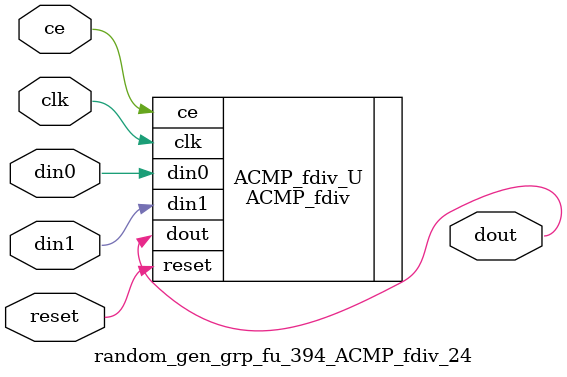
<source format=v>

`timescale 1 ns / 1 ps
module random_gen_grp_fu_394_ACMP_fdiv_24(
    clk,
    reset,
    ce,
    din0,
    din1,
    dout);

parameter ID = 32'd1;
parameter NUM_STAGE = 32'd1;
parameter din0_WIDTH = 32'd1;
parameter din1_WIDTH = 32'd1;
parameter dout_WIDTH = 32'd1;
input clk;
input reset;
input ce;
input[din0_WIDTH - 1:0] din0;
input[din1_WIDTH - 1:0] din1;
output[dout_WIDTH - 1:0] dout;



ACMP_fdiv #(
.ID( ID ),
.NUM_STAGE( 12 ),
.din0_WIDTH( din0_WIDTH ),
.din1_WIDTH( din1_WIDTH ),
.dout_WIDTH( dout_WIDTH ))
ACMP_fdiv_U(
    .clk( clk ),
    .reset( reset ),
    .ce( ce ),
    .din0( din0 ),
    .din1( din1 ),
    .dout( dout ));

endmodule

</source>
